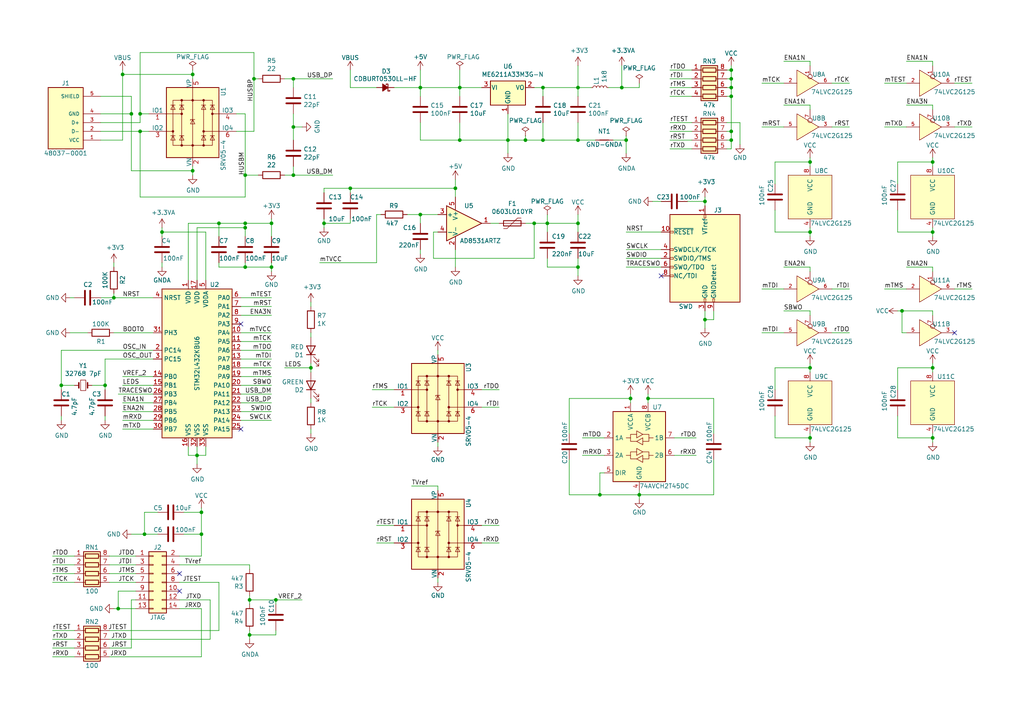
<source format=kicad_sch>
(kicad_sch (version 20211123) (generator eeschema)
  (paper "A4")
  (title_block (title "Glossy MSP430 Stick Version") (date "2022-12-08") (rev "1") (company "Mathias Gruber") (comment 1 "Fits into the \"Baite\" plastic case"))
  (junction (at 181.61 40.64))
  (junction (at 204.47 92.71))
  (junction (at 30.48 111.76))
  (junction (at 261.62 90.17))
  (junction (at 72.39 173.99))
  (junction (at 270.51 127))
  (junction (at 17.78 111.76))
  (junction (at 58.42 154.94))
  (junction (at 234.95 67.31))
  (junction (at 78.74 77.47))
  (junction (at 58.42 148.59))
  (junction (at 167.64 40.64))
  (junction (at 71.12 66.04))
  (junction (at 55.88 49.53))
  (junction (at 93.98 64.77))
  (junction (at 234.95 127))
  (junction (at 55.88 21.59))
  (junction (at 212.09 27.94))
  (junction (at 101.6 54.61))
  (junction (at 212.09 40.64))
  (junction (at 78.74 64.77))
  (junction (at 40.64 38.1))
  (junction (at 133.35 40.64))
  (junction (at 270.51 46.99))
  (junction (at 152.4 40.64))
  (junction (at 85.09 36.83))
  (junction (at 212.09 20.32))
  (junction (at 90.17 106.68))
  (junction (at 71.12 64.77))
  (junction (at 167.64 77.47))
  (junction (at 154.94 64.77))
  (junction (at 38.1 33.02))
  (junction (at 270.51 67.31))
  (junction (at 72.39 184.15))
  (junction (at 158.75 64.77))
  (junction (at 270.51 106.68))
  (junction (at 121.92 62.23))
  (junction (at 34.29 176.53))
  (junction (at 187.96 115.57))
  (junction (at 167.64 64.77))
  (junction (at 73.66 22.86))
  (junction (at 185.42 143.51))
  (junction (at 204.47 58.42))
  (junction (at 41.91 154.94))
  (junction (at 180.34 25.4))
  (junction (at 212.09 22.86))
  (junction (at 234.95 46.99))
  (junction (at 85.09 50.8))
  (junction (at 71.12 50.8))
  (junction (at 80.01 173.99))
  (junction (at 212.09 25.4))
  (junction (at 40.64 33.02))
  (junction (at 132.08 54.61))
  (junction (at 85.09 22.86))
  (junction (at 57.15 132.08))
  (junction (at 35.56 21.59))
  (junction (at 173.99 143.51))
  (junction (at 71.12 77.47))
  (junction (at 121.92 25.4))
  (junction (at 147.32 40.64))
  (junction (at 133.35 25.4))
  (junction (at 157.48 25.4))
  (junction (at 234.95 106.68))
  (junction (at 46.99 67.31))
  (junction (at 157.48 40.64))
  (junction (at 167.64 25.4))
  (junction (at 182.88 115.57))
  (junction (at 33.02 86.36))
  (junction (at 63.5 64.77))
  (junction (at 212.09 38.1))
  (no_connect (at 52.07 171.45))
  (no_connect (at 69.85 124.46))
  (no_connect (at 191.77 80.01))
  (no_connect (at 69.85 93.98))
  (no_connect (at 276.86 96.52))
  (no_connect (at 52.07 166.37))
  (wire (pts (xy 38.1 154.94) (xy 41.91 154.94)))
  (wire (pts (xy 69.85 101.6) (xy 78.74 101.6)))
  (wire (pts (xy 224.79 106.68) (xy 224.79 113.03)))
  (wire (pts (xy 73.66 15.24) (xy 73.66 22.86)))
  (wire (pts (xy 78.74 64.77) (xy 78.74 63.5)))
  (wire (pts (xy 276.86 83.82) (xy 281.94 83.82)))
  (wire (pts (xy 20.32 86.36) (xy 21.59 86.36)))
  (wire (pts (xy 46.99 67.31) (xy 46.99 68.58)))
  (wire (pts (xy 35.56 109.22) (xy 44.45 109.22)))
  (wire (pts (xy 132.08 54.61) (xy 132.08 52.07)))
  (wire (pts (xy 69.85 116.84) (xy 78.74 116.84)))
  (wire (pts (xy 93.98 54.61) (xy 101.6 54.61)))
  (wire (pts (xy 234.95 67.31) (xy 234.95 68.58)))
  (wire (pts (xy 227.33 77.47) (xy 234.95 77.47)))
  (wire (pts (xy 256.54 24.13) (xy 262.89 24.13)))
  (wire (pts (xy 55.88 21.59) (xy 35.56 21.59)))
  (wire (pts (xy 53.34 148.59) (xy 58.42 148.59)))
  (wire (pts (xy 234.95 105.41) (xy 234.95 106.68)))
  (wire (pts (xy 85.09 25.4) (xy 85.09 22.86)))
  (wire (pts (xy 270.51 127) (xy 260.35 127)))
  (wire (pts (xy 256.54 36.83) (xy 262.89 36.83)))
  (wire (pts (xy 101.6 64.77) (xy 93.98 64.77)))
  (wire (pts (xy 270.51 106.68) (xy 260.35 106.68)))
  (wire (pts (xy 40.64 35.56) (xy 40.64 33.02)))
  (wire (pts (xy 194.31 25.4) (xy 200.66 25.4)))
  (wire (pts (xy 71.12 77.47) (xy 63.5 77.47)))
  (wire (pts (xy 260.35 106.68) (xy 260.35 113.03)))
  (wire (pts (xy 157.48 27.94) (xy 157.48 25.4)))
  (wire (pts (xy 210.82 27.94) (xy 212.09 27.94)))
  (wire (pts (xy 234.95 66.04) (xy 234.95 67.31)))
  (wire (pts (xy 17.78 120.65) (xy 17.78 121.92)))
  (wire (pts (xy 220.98 24.13) (xy 227.33 24.13)))
  (wire (pts (xy 69.85 121.92) (xy 78.74 121.92)))
  (wire (pts (xy 30.48 120.65) (xy 30.48 121.92)))
  (wire (pts (xy 71.12 33.02) (xy 68.58 33.02)))
  (wire (pts (xy 152.4 39.37) (xy 152.4 40.64)))
  (wire (pts (xy 40.64 57.15) (xy 71.12 57.15)))
  (wire (pts (xy 191.77 77.47) (xy 181.61 77.47)))
  (wire (pts (xy 185.42 142.24) (xy 185.42 143.51)))
  (wire (pts (xy 63.5 76.2) (xy 63.5 77.47)))
  (wire (pts (xy 109.22 157.48) (xy 114.3 157.48)))
  (wire (pts (xy 29.21 35.56) (xy 40.64 35.56)))
  (wire (pts (xy 58.42 176.53) (xy 58.42 190.5)))
  (wire (pts (xy 29.21 33.02) (xy 38.1 33.02)))
  (wire (pts (xy 35.56 20.32) (xy 35.56 21.59)))
  (wire (pts (xy 270.51 66.04) (xy 270.51 67.31)))
  (wire (pts (xy 270.51 91.44) (xy 270.51 90.17)))
  (wire (pts (xy 210.82 20.32) (xy 212.09 20.32)))
  (wire (pts (xy 54.61 64.77) (xy 63.5 64.77)))
  (wire (pts (xy 33.02 176.53) (xy 34.29 176.53)))
  (wire (pts (xy 212.09 25.4) (xy 212.09 27.94)))
  (wire (pts (xy 234.95 19.05) (xy 234.95 17.78)))
  (wire (pts (xy 31.75 185.42) (xy 60.96 185.42)))
  (wire (pts (xy 44.45 114.3) (xy 34.29 114.3)))
  (wire (pts (xy 90.17 97.79) (xy 90.17 96.52)))
  (wire (pts (xy 167.64 19.05) (xy 167.64 25.4)))
  (wire (pts (xy 270.51 106.68) (xy 270.51 107.95)))
  (wire (pts (xy 35.56 119.38) (xy 44.45 119.38)))
  (wire (pts (xy 168.91 132.08) (xy 175.26 132.08)))
  (wire (pts (xy 212.09 38.1) (xy 212.09 40.64)))
  (wire (pts (xy 33.02 76.2) (xy 33.02 77.47)))
  (wire (pts (xy 26.67 111.76) (xy 30.48 111.76)))
  (wire (pts (xy 107.95 118.11) (xy 114.3 118.11)))
  (wire (pts (xy 158.75 74.93) (xy 158.75 77.47)))
  (wire (pts (xy 35.56 21.59) (xy 35.56 40.64)))
  (wire (pts (xy 69.85 86.36) (xy 78.74 86.36)))
  (wire (pts (xy 168.91 127) (xy 175.26 127)))
  (wire (pts (xy 234.95 45.72) (xy 234.95 46.99)))
  (wire (pts (xy 15.24 187.96) (xy 21.59 187.96)))
  (wire (pts (xy 78.74 68.58) (xy 78.74 64.77)))
  (wire (pts (xy 34.29 171.45) (xy 39.37 171.45)))
  (wire (pts (xy 204.47 59.69) (xy 204.47 58.42)))
  (wire (pts (xy 17.78 113.03) (xy 17.78 111.76)))
  (wire (pts (xy 78.74 76.2) (xy 78.74 77.47)))
  (wire (pts (xy 167.64 80.01) (xy 167.64 77.47)))
  (wire (pts (xy 204.47 92.71) (xy 204.47 95.25)))
  (wire (pts (xy 52.07 173.99) (xy 60.96 173.99)))
  (wire (pts (xy 185.42 24.13) (xy 185.42 25.4)))
  (wire (pts (xy 54.61 132.08) (xy 57.15 132.08)))
  (wire (pts (xy 55.88 48.26) (xy 55.88 49.53)))
  (wire (pts (xy 90.17 115.57) (xy 90.17 116.84)))
  (wire (pts (xy 63.5 64.77) (xy 63.5 68.58)))
  (wire (pts (xy 15.24 161.29) (xy 21.59 161.29)))
  (wire (pts (xy 71.12 64.77) (xy 71.12 66.04)))
  (wire (pts (xy 80.01 182.88) (xy 80.01 184.15)))
  (wire (pts (xy 212.09 22.86) (xy 212.09 25.4)))
  (wire (pts (xy 234.95 127) (xy 224.79 127)))
  (wire (pts (xy 45.72 154.94) (xy 41.91 154.94)))
  (wire (pts (xy 109.22 62.23) (xy 109.22 76.2)))
  (wire (pts (xy 29.21 27.94) (xy 38.1 27.94)))
  (wire (pts (xy 133.35 25.4) (xy 121.92 25.4)))
  (wire (pts (xy 45.72 148.59) (xy 41.91 148.59)))
  (wire (pts (xy 31.75 187.96) (xy 38.1 187.96)))
  (wire (pts (xy 175.26 137.16) (xy 173.99 137.16)))
  (wire (pts (xy 58.42 161.29) (xy 58.42 154.94)))
  (wire (pts (xy 71.12 66.04) (xy 71.12 68.58)))
  (wire (pts (xy 58.42 190.5) (xy 31.75 190.5)))
  (wire (pts (xy 194.31 35.56) (xy 200.66 35.56)))
  (wire (pts (xy 182.88 114.3) (xy 182.88 115.57)))
  (wire (pts (xy 30.48 104.14) (xy 44.45 104.14)))
  (wire (pts (xy 72.39 163.83) (xy 72.39 165.1)))
  (wire (pts (xy 71.12 76.2) (xy 71.12 77.47)))
  (wire (pts (xy 72.39 175.26) (xy 72.39 173.99)))
  (wire (pts (xy 35.56 116.84) (xy 44.45 116.84)))
  (wire (pts (xy 234.95 127) (xy 234.95 128.27)))
  (wire (pts (xy 234.95 125.73) (xy 234.95 127)))
  (wire (pts (xy 55.88 49.53) (xy 38.1 49.53)))
  (wire (pts (xy 234.95 31.75) (xy 234.95 30.48)))
  (wire (pts (xy 187.96 114.3) (xy 187.96 115.57)))
  (wire (pts (xy 40.64 38.1) (xy 40.64 57.15)))
  (wire (pts (xy 172.72 40.64) (xy 167.64 40.64)))
  (wire (pts (xy 204.47 58.42) (xy 199.39 58.42)))
  (wire (pts (xy 90.17 106.68) (xy 90.17 107.95)))
  (wire (pts (xy 15.24 190.5) (xy 21.59 190.5)))
  (wire (pts (xy 127 167.64) (xy 127 168.91)))
  (wire (pts (xy 121.92 73.66) (xy 121.92 72.39)))
  (wire (pts (xy 158.75 77.47) (xy 167.64 77.47)))
  (wire (pts (xy 234.95 78.74) (xy 234.95 77.47)))
  (wire (pts (xy 270.51 127) (xy 270.51 128.27)))
  (wire (pts (xy 20.32 96.52) (xy 25.4 96.52)))
  (wire (pts (xy 109.22 25.4) (xy 101.6 25.4)))
  (wire (pts (xy 57.15 134.62) (xy 57.15 132.08)))
  (wire (pts (xy 71.12 57.15) (xy 71.12 50.8)))
  (wire (pts (xy 154.94 25.4) (xy 157.48 25.4)))
  (wire (pts (xy 270.51 46.99) (xy 260.35 46.99)))
  (wire (pts (xy 132.08 54.61) (xy 132.08 57.15)))
  (wire (pts (xy 256.54 83.82) (xy 262.89 83.82)))
  (wire (pts (xy 101.6 25.4) (xy 101.6 20.32)))
  (wire (pts (xy 121.92 62.23) (xy 127 62.23)))
  (wire (pts (xy 109.22 152.4) (xy 114.3 152.4)))
  (wire (pts (xy 210.82 25.4) (xy 212.09 25.4)))
  (wire (pts (xy 69.85 109.22) (xy 78.74 109.22)))
  (wire (pts (xy 270.51 19.05) (xy 270.51 17.78)))
  (wire (pts (xy 31.75 168.91) (xy 39.37 168.91)))
  (wire (pts (xy 58.42 154.94) (xy 58.42 148.59)))
  (wire (pts (xy 80.01 173.99) (xy 80.01 175.26)))
  (wire (pts (xy 33.02 86.36) (xy 44.45 86.36)))
  (wire (pts (xy 78.74 78.74) (xy 78.74 77.47)))
  (wire (pts (xy 125.73 67.31) (xy 127 67.31)))
  (wire (pts (xy 234.95 91.44) (xy 234.95 90.17)))
  (wire (pts (xy 35.56 111.76) (xy 44.45 111.76)))
  (wire (pts (xy 55.88 20.32) (xy 55.88 21.59)))
  (wire (pts (xy 185.42 25.4) (xy 180.34 25.4)))
  (wire (pts (xy 73.66 22.86) (xy 74.93 22.86)))
  (wire (pts (xy 194.31 27.94) (xy 200.66 27.94)))
  (wire (pts (xy 207.01 92.71) (xy 204.47 92.71)))
  (wire (pts (xy 57.15 132.08) (xy 57.15 129.54)))
  (wire (pts (xy 30.48 104.14) (xy 30.48 111.76)))
  (wire (pts (xy 158.75 62.23) (xy 158.75 64.77)))
  (wire (pts (xy 73.66 22.86) (xy 73.66 38.1)))
  (wire (pts (xy 154.94 64.77) (xy 154.94 74.93)))
  (wire (pts (xy 133.35 40.64) (xy 147.32 40.64)))
  (wire (pts (xy 270.51 78.74) (xy 270.51 77.47)))
  (wire (pts (xy 214.63 35.56) (xy 214.63 41.91)))
  (wire (pts (xy 82.55 22.86) (xy 85.09 22.86)))
  (wire (pts (xy 55.88 22.86) (xy 55.88 21.59)))
  (wire (pts (xy 121.92 40.64) (xy 133.35 40.64)))
  (wire (pts (xy 114.3 25.4) (xy 121.92 25.4)))
  (wire (pts (xy 270.51 46.99) (xy 270.51 48.26)))
  (wire (pts (xy 127 128.27) (xy 127 129.54)))
  (wire (pts (xy 59.69 132.08) (xy 57.15 132.08)))
  (wire (pts (xy 107.95 113.03) (xy 114.3 113.03)))
  (wire (pts (xy 44.45 121.92) (xy 35.56 121.92)))
  (wire (pts (xy 33.02 96.52) (xy 44.45 96.52)))
  (wire (pts (xy 52.07 163.83) (xy 72.39 163.83)))
  (wire (pts (xy 55.88 49.53) (xy 55.88 50.8)))
  (wire (pts (xy 207.01 90.17) (xy 207.01 92.71)))
  (wire (pts (xy 210.82 22.86) (xy 212.09 22.86)))
  (wire (pts (xy 54.61 129.54) (xy 54.61 132.08)))
  (wire (pts (xy 241.3 24.13) (xy 246.38 24.13)))
  (wire (pts (xy 167.64 25.4) (xy 167.64 27.94)))
  (wire (pts (xy 44.45 124.46) (xy 35.56 124.46)))
  (wire (pts (xy 167.64 64.77) (xy 167.64 62.23)))
  (wire (pts (xy 234.95 46.99) (xy 234.95 48.26)))
  (wire (pts (xy 30.48 113.03) (xy 30.48 111.76)))
  (wire (pts (xy 260.35 127) (xy 260.35 120.65)))
  (wire (pts (xy 194.31 43.18) (xy 200.66 43.18)))
  (wire (pts (xy 207.01 133.35) (xy 207.01 143.51)))
  (wire (pts (xy 139.7 25.4) (xy 133.35 25.4)))
  (wire (pts (xy 152.4 40.64) (xy 147.32 40.64)))
  (wire (pts (xy 270.51 30.48) (xy 262.89 30.48)))
  (wire (pts (xy 38.1 27.94) (xy 38.1 33.02)))
  (wire (pts (xy 220.98 96.52) (xy 227.33 96.52)))
  (wire (pts (xy 187.96 115.57) (xy 207.01 115.57)))
  (wire (pts (xy 127 140.97) (xy 127 142.24)))
  (wire (pts (xy 152.4 64.77) (xy 154.94 64.77)))
  (wire (pts (xy 63.5 182.88) (xy 63.5 168.91)))
  (wire (pts (xy 139.7 157.48) (xy 144.78 157.48)))
  (wire (pts (xy 46.99 67.31) (xy 46.99 66.04)))
  (wire (pts (xy 85.09 36.83) (xy 87.63 36.83)))
  (wire (pts (xy 85.09 48.26) (xy 85.09 50.8)))
  (wire (pts (xy 39.37 176.53) (xy 34.29 176.53)))
  (wire (pts (xy 173.99 137.16) (xy 173.99 143.51)))
  (wire (pts (xy 72.39 185.42) (xy 72.39 184.15)))
  (wire (pts (xy 40.64 33.02) (xy 40.64 15.24)))
  (wire (pts (xy 101.6 54.61) (xy 132.08 54.61)))
  (wire (pts (xy 173.99 143.51) (xy 185.42 143.51)))
  (wire (pts (xy 165.1 115.57) (xy 165.1 125.73)))
  (wire (pts (xy 73.66 38.1) (xy 68.58 38.1)))
  (wire (pts (xy 72.39 173.99) (xy 72.39 172.72)))
  (wire (pts (xy 29.21 86.36) (xy 33.02 86.36)))
  (wire (pts (xy 72.39 184.15) (xy 72.39 182.88)))
  (wire (pts (xy 72.39 173.99) (xy 80.01 173.99)))
  (wire (pts (xy 210.82 40.64) (xy 212.09 40.64)))
  (wire (pts (xy 119.38 140.97) (xy 127 140.97)))
  (wire (pts (xy 72.39 184.15) (xy 80.01 184.15)))
  (wire (pts (xy 185.42 143.51) (xy 185.42 144.78)))
  (wire (pts (xy 241.3 96.52) (xy 246.38 96.52)))
  (wire (pts (xy 17.78 101.6) (xy 17.78 111.76)))
  (wire (pts (xy 63.5 64.77) (xy 71.12 64.77)))
  (wire (pts (xy 167.64 40.64) (xy 157.48 40.64)))
  (wire (pts (xy 167.64 67.31) (xy 167.64 64.77)))
  (wire (pts (xy 15.24 182.88) (xy 21.59 182.88)))
  (wire (pts (xy 194.31 20.32) (xy 200.66 20.32)))
  (wire (pts (xy 69.85 99.06) (xy 78.74 99.06)))
  (wire (pts (xy 133.35 20.32) (xy 133.35 25.4)))
  (wire (pts (xy 40.64 33.02) (xy 43.18 33.02)))
  (wire (pts (xy 57.15 81.28) (xy 57.15 66.04)))
  (wire (pts (xy 167.64 35.56) (xy 167.64 40.64)))
  (wire (pts (xy 101.6 63.5) (xy 101.6 64.77)))
  (wire (pts (xy 52.07 176.53) (xy 58.42 176.53)))
  (wire (pts (xy 204.47 90.17) (xy 204.47 92.71)))
  (wire (pts (xy 210.82 43.18) (xy 212.09 43.18)))
  (wire (pts (xy 53.34 154.94) (xy 58.42 154.94)))
  (wire (pts (xy 212.09 40.64) (xy 212.09 43.18)))
  (wire (pts (xy 187.96 115.57) (xy 187.96 116.84)))
  (wire (pts (xy 180.34 19.05) (xy 180.34 25.4)))
  (wire (pts (xy 21.59 111.76) (xy 17.78 111.76)))
  (wire (pts (xy 224.79 67.31) (xy 224.79 60.96)))
  (wire (pts (xy 270.51 31.75) (xy 270.51 30.48)))
  (wire (pts (xy 224.79 127) (xy 224.79 120.65)))
  (wire (pts (xy 270.51 125.73) (xy 270.51 127)))
  (wire (pts (xy 270.51 77.47) (xy 262.89 77.47)))
  (wire (pts (xy 41.91 148.59) (xy 41.91 154.94)))
  (wire (pts (xy 69.85 111.76) (xy 78.74 111.76)))
  (wire (pts (xy 121.92 35.56) (xy 121.92 40.64)))
  (wire (pts (xy 195.58 127) (xy 201.93 127)))
  (wire (pts (xy 182.88 115.57) (xy 182.88 116.84)))
  (wire (pts (xy 276.86 24.13) (xy 281.94 24.13)))
  (wire (pts (xy 90.17 124.46) (xy 90.17 125.73)))
  (wire (pts (xy 31.75 182.88) (xy 63.5 182.88)))
  (wire (pts (xy 181.61 39.37) (xy 181.61 40.64)))
  (wire (pts (xy 158.75 67.31) (xy 158.75 64.77)))
  (wire (pts (xy 154.94 64.77) (xy 158.75 64.77)))
  (wire (pts (xy 69.85 106.68) (xy 78.74 106.68)))
  (wire (pts (xy 234.95 30.48) (xy 227.33 30.48)))
  (wire (pts (xy 182.88 115.57) (xy 165.1 115.57)))
  (wire (pts (xy 210.82 38.1) (xy 212.09 38.1)))
  (wire (pts (xy 121.92 20.32) (xy 121.92 25.4)))
  (wire (pts (xy 58.42 147.32) (xy 58.42 148.59)))
  (wire (pts (xy 227.33 17.78) (xy 234.95 17.78)))
  (wire (pts (xy 90.17 105.41) (xy 90.17 106.68)))
  (wire (pts (xy 171.45 25.4) (xy 167.64 25.4)))
  (wire (pts (xy 46.99 77.47) (xy 46.99 76.2)))
  (wire (pts (xy 142.24 64.77) (xy 144.78 64.77)))
  (wire (pts (xy 34.29 176.53) (xy 34.29 171.45)))
  (wire (pts (xy 101.6 55.88) (xy 101.6 54.61)))
  (wire (pts (xy 210.82 35.56) (xy 214.63 35.56)))
  (wire (pts (xy 60.96 173.99) (xy 60.96 185.42)))
  (wire (pts (xy 17.78 101.6) (xy 44.45 101.6)))
  (wire (pts (xy 234.95 106.68) (xy 234.95 107.95)))
  (wire (pts (xy 204.47 58.42) (xy 204.47 57.15)))
  (wire (pts (xy 15.24 168.91) (xy 21.59 168.91)))
  (wire (pts (xy 191.77 74.93) (xy 181.61 74.93)))
  (wire (pts (xy 147.32 33.02) (xy 147.32 40.64)))
  (wire (pts (xy 212.09 19.05) (xy 212.09 20.32)))
  (wire (pts (xy 212.09 27.94) (xy 212.09 38.1)))
  (wire (pts (xy 121.92 62.23) (xy 121.92 64.77)))
  (wire (pts (xy 38.1 173.99) (xy 39.37 173.99)))
  (wire (pts (xy 176.53 25.4) (xy 180.34 25.4)))
  (wire (pts (xy 270.51 90.17) (xy 261.62 90.17)))
  (wire (pts (xy 132.08 72.39) (xy 132.08 77.47)))
  (wire (pts (xy 234.95 90.17) (xy 227.33 90.17)))
  (wire (pts (xy 234.95 46.99) (xy 224.79 46.99)))
  (wire (pts (xy 147.32 40.64) (xy 147.32 44.45)))
  (wire (pts (xy 82.55 106.68) (xy 90.17 106.68)))
  (wire (pts (xy 139.7 152.4) (xy 144.78 152.4)))
  (wire (pts (xy 15.24 163.83) (xy 21.59 163.83)))
  (wire (pts (xy 157.48 35.56) (xy 157.48 40.64)))
  (wire (pts (xy 46.99 67.31) (xy 59.69 67.31)))
  (wire (pts (xy 69.85 114.3) (xy 78.74 114.3)))
  (wire (pts (xy 71.12 50.8) (xy 74.93 50.8)))
  (wire (pts (xy 270.51 17.78) (xy 262.89 17.78)))
  (wire (pts (xy 85.09 33.02) (xy 85.09 36.83)))
  (wire (pts (xy 276.86 36.83) (xy 281.94 36.83)))
  (wire (pts (xy 31.75 163.83) (xy 39.37 163.83)))
  (wire (pts (xy 59.69 129.54) (xy 59.69 132.08)))
  (wire (pts (xy 93.98 55.88) (xy 93.98 54.61)))
  (wire (pts (xy 71.12 50.8) (xy 71.12 33.02)))
  (wire (pts (xy 31.75 161.29) (xy 39.37 161.29)))
  (wire (pts (xy 82.55 50.8) (xy 85.09 50.8)))
  (wire (pts (xy 224.79 46.99) (xy 224.79 53.34)))
  (wire (pts (xy 69.85 91.44) (xy 78.74 91.44)))
  (wire (pts (xy 93.98 64.77) (xy 93.98 66.04)))
  (wire (pts (xy 212.09 20.32) (xy 212.09 22.86)))
  (wire (pts (xy 69.85 96.52) (xy 78.74 96.52)))
  (wire (pts (xy 220.98 36.83) (xy 227.33 36.83)))
  (wire (pts (xy 121.92 25.4) (xy 121.92 27.94)))
  (wire (pts (xy 270.51 67.31) (xy 260.35 67.31)))
  (wire (pts (xy 157.48 25.4) (xy 167.64 25.4)))
  (wire (pts (xy 234.95 67.31) (xy 224.79 67.31)))
  (wire (pts (xy 69.85 104.14) (xy 78.74 104.14)))
  (wire (pts (xy 260.35 67.31) (xy 260.35 60.96)))
  (wire (pts (xy 69.85 119.38) (xy 78.74 119.38)))
  (wire (pts (xy 181.61 40.64) (xy 181.61 44.45)))
  (wire (pts (xy 125.73 74.93) (xy 154.94 74.93)))
  (wire (pts (xy 35.56 40.64) (xy 29.21 40.64)))
  (wire (pts (xy 165.1 143.51) (xy 173.99 143.51)))
  (wire (pts (xy 261.62 90.17) (xy 260.35 90.17)))
  (wire (pts (xy 118.11 62.23) (xy 121.92 62.23)))
  (wire (pts (xy 194.31 40.64) (xy 200.66 40.64)))
  (wire (pts (xy 241.3 36.83) (xy 246.38 36.83)))
  (wire (pts (xy 78.74 77.47) (xy 71.12 77.47)))
  (wire (pts (xy 157.48 40.64) (xy 152.4 40.64)))
  (wire (pts (xy 85.09 36.83) (xy 85.09 40.64)))
  (wire (pts (xy 194.31 22.86) (xy 200.66 22.86)))
  (wire (pts (xy 127 101.6) (xy 127 102.87)))
  (wire (pts (xy 80.01 173.99) (xy 87.63 173.99)))
  (wire (pts (xy 234.95 106.68) (xy 224.79 106.68)))
  (wire (pts (xy 93.98 63.5) (xy 93.98 64.77)))
  (wire (pts (xy 52.07 161.29) (xy 58.42 161.29)))
  (wire (pts (xy 167.64 74.93) (xy 167.64 77.47)))
  (wire (pts (xy 33.02 85.09) (xy 33.02 86.36)))
  (wire (pts (xy 167.64 64.77) (xy 158.75 64.77)))
  (wire (pts (xy 220.98 83.82) (xy 227.33 83.82)))
  (wire (pts (xy 90.17 87.63) (xy 90.17 88.9)))
  (wire (pts (xy 29.21 38.1) (xy 40.64 38.1)))
  (wire (pts (xy 85.09 50.8) (xy 96.52 50.8)))
  (wire (pts (xy 69.85 88.9) (xy 78.74 88.9)))
  (wire (pts (xy 110.49 62.23) (xy 109.22 62.23)))
  (wire (pts (xy 207.01 115.57) (xy 207.01 125.73)))
  (wire (pts (xy 133.35 35.56) (xy 133.35 40.64)))
  (wire (pts (xy 15.24 166.37) (xy 21.59 166.37)))
  (wire (pts (xy 270.51 45.72) (xy 270.51 46.99)))
  (wire (pts (xy 165.1 133.35) (xy 165.1 143.51)))
  (wire (pts (xy 195.58 132.08) (xy 201.93 132.08)))
  (wire (pts (xy 31.75 166.37) (xy 39.37 166.37)))
  (wire (pts (xy 261.62 90.17) (xy 261.62 96.52)))
  (wire (pts (xy 139.7 118.11) (xy 144.78 118.11)))
  (wire (pts (xy 270.51 67.31) (xy 270.51 68.58)))
  (wire (pts (xy 40.64 38.1) (xy 43.18 38.1)))
  (wire (pts (xy 241.3 83.82) (xy 246.38 83.82)))
  (wire (pts (xy 92.71 76.2) (xy 109.22 76.2)))
  (wire (pts (xy 38.1 33.02) (xy 38.1 49.53)))
  (wire (pts (xy 54.61 64.77) (xy 54.61 81.28)))
  (wire (pts (xy 15.24 185.42) (xy 21.59 185.42)))
  (wire (pts (xy 133.35 27.94) (xy 133.35 25.4)))
  (wire (pts (xy 85.09 22.86) (xy 96.52 22.86)))
  (wire (pts (xy 191.77 67.31) (xy 181.61 67.31)))
  (wire (pts (xy 191.77 72.39) (xy 181.61 72.39)))
  (wire (pts (xy 78.74 64.77) (xy 71.12 64.77)))
  (wire (pts (xy 191.77 58.42) (xy 189.23 58.42)))
  (wire (pts (xy 177.8 40.64) (xy 181.61 40.64)))
  (wire (pts (xy 52.07 168.91) (xy 63.5 168.91)))
  (wire (pts (xy 40.64 15.24) (xy 73.66 15.24)))
  (wire (pts (xy 57.15 66.04) (xy 71.12 66.04)))
  (wire (pts (xy 194.31 38.1) (xy 200.66 38.1)))
  (wire (pts (xy 59.69 67.31) (xy 59.69 81.28)))
  (wire (pts (xy 262.89 96.52) (xy 261.62 96.52)))
  (wire (pts (xy 270.51 105.41) (xy 270.51 106.68)))
  (wire (pts (xy 139.7 113.03) (xy 144.78 113.03)))
  (wire (pts (xy 207.01 143.51) (xy 185.42 143.51)))
  (wire (pts (xy 38.1 173.99) (xy 38.1 187.96)))
  (wire (pts (xy 260.35 46.99) (xy 260.35 53.34)))
  (wire (pts (xy 125.73 67.31) (xy 125.73 74.93)))
  (label "NRST" (at 35.56 86.36 0))
  (label "rTMS" (at 15.24 166.37 0))
  (label "LEDS" (at 35.56 111.76 0))
  (label "mTVCC" (at 92.71 76.2 0))
  (label "ENA1N" (at 35.56 116.84 0))
  (label "USB_DM" (at 78.74 114.3 180))
  (label "rTCK" (at 194.31 27.94 0))
  (label "mRXD" (at 35.56 121.92 0))
  (label "USB_DP" (at 96.52 22.86 180))
  (label "mTXD" (at 256.54 36.83 0))
  (label "ENA2N" (at 35.56 119.38 0))
  (label "mTVCC" (at 78.74 96.52 180))
  (label "rTEST" (at 281.94 24.13 180))
  (label "rTEST" (at 194.31 35.56 0))
  (label "SBWO" (at 227.33 90.17 0))
  (label "TVref" (at 58.42 163.83 180))
  (label "JRXD" (at 58.42 176.53 180))
  (label "ENA2N" (at 227.33 77.47 0))
  (label "ENA2N" (at 262.89 77.47 0))
  (label "JTDO" (at 34.29 161.29 0))
  (label "TVref" (at 119.38 140.97 0))
  (label "rTEST" (at 109.22 152.4 0))
  (label "rTEST" (at 15.24 182.88 0))
  (label "ENA3N" (at 262.89 30.48 0))
  (label "rTXD" (at 194.31 43.18 0))
  (label "rTDI" (at 194.31 22.86 0))
  (label "SWCLK" (at 78.74 121.92 180))
  (label "USB_DP" (at 78.74 116.84 180))
  (label "rTMS" (at 194.31 25.4 0))
  (label "JTEST" (at 58.42 168.91 180))
  (label "mTCK" (at 220.98 24.13 0))
  (label "mTMS" (at 78.74 109.22 180))
  (label "JRXD" (at 36.83 190.5 180))
  (label "BOOT0" (at 35.56 96.52 0))
  (label "SBWO" (at 78.74 111.76 180))
  (label "VREF_2" (at 35.56 109.22 0))
  (label "VREF_2" (at 87.63 173.99 180))
  (label "JTEST" (at 36.83 182.88 180))
  (label "mTXD" (at 35.56 124.46 0))
  (label "OSC_OUT" (at 35.56 104.14 0))
  (label "SWDIO" (at 78.74 119.38 180))
  (label "rRXD" (at 144.78 157.48 180))
  (label "USB_DM" (at 96.52 50.8 180))
  (label "mTEST" (at 78.74 86.36 180))
  (label "JTDI" (at 34.29 163.83 0))
  (label "mTDI" (at 220.98 96.52 0))
  (label "rRXD" (at 15.24 190.5 0))
  (label "rTXD" (at 15.24 185.42 0))
  (label "rTCK" (at 15.24 168.91 0))
  (label "JRST" (at 36.83 187.96 180))
  (label "rTDI" (at 246.38 83.82 180))
  (label "rTXD" (at 281.94 36.83 180))
  (label "HUSBP" (at 73.66 22.86 270))
  (label "JTMS" (at 34.29 166.37 0))
  (label "rTDO" (at 194.31 20.32 0))
  (label "mTCK" (at 78.74 99.06 180))
  (label "ENA1N" (at 227.33 30.48 0))
  (label "LEDS" (at 82.55 106.68 0))
  (label "mTDI" (at 78.74 104.14 180))
  (label "JTXD" (at 58.42 173.99 180))
  (label "rRST" (at 15.24 187.96 0))
  (label "rTDO" (at 201.93 127 180))
  (label "rRST" (at 246.38 36.83 180))
  (label "mTDO" (at 78.74 101.6 180))
  (label "mRXD" (at 168.91 132.08 0))
  (label "JTXD" (at 36.83 185.42 180))
  (label "HUSBM" (at 71.12 50.8 90))
  (label "JTCK" (at 34.29 168.91 0))
  (label "rTCK" (at 107.95 118.11 0))
  (label "rTDI" (at 15.24 163.83 0))
  (label "rTCK" (at 246.38 24.13 180))
  (label "rTMS" (at 107.95 113.03 0))
  (label "rRST" (at 109.22 157.48 0))
  (label "mRST" (at 220.98 36.83 0))
  (label "mTDI" (at 220.98 83.82 0))
  (label "ENA3N" (at 78.74 91.44 180))
  (label "rTDI" (at 144.78 118.11 180))
  (label "TRACESWO" (at 34.29 114.3 0))
  (label "rTMS" (at 281.94 83.82 180))
  (label "rRXD" (at 201.93 132.08 180))
  (label "rTDO" (at 246.38 96.52 180))
  (label "mTDO" (at 168.91 127 0))
  (label "SWCLK" (at 181.61 72.39 0))
  (label "OSC_IN" (at 35.56 101.6 0))
  (label "rTDO" (at 144.78 113.03 180))
  (label "mTCK" (at 78.74 106.68 180))
  (label "NRST" (at 181.61 67.31 0))
  (label "ENA1N" (at 262.89 17.78 0))
  (label "mTMS" (at 256.54 83.82 0))
  (label "rTXD" (at 144.78 152.4 180))
  (label "ENA1N" (at 227.33 17.78 0))
  (label "mTEST" (at 256.54 24.13 0))
  (label "SWDIO" (at 181.61 74.93 0))
  (label "rRXD" (at 194.31 38.1 0))
  (label "rRST" (at 194.31 40.64 0))
  (label "mRST" (at 78.74 88.9 180))
  (label "TRACESWO" (at 181.61 77.47 0))
  (label "rTDO" (at 15.24 161.29 0))
  (symbol (lib_id "power:GND") (at 33.02 176.53 270) (unit 1)
    (property "Reference" "#PWR06" (effects hide))
    (property "Value" "GND" (at 27.94 176.53 90))
  )
  (symbol (lib_id "power:GND") (at 132.08 77.47 0) (unit 1)
    (property "Reference" "#PWR028" (effects hide))
    (property "Value" "GND" (at 132.207 81.8642 0))
  )
  (symbol (lib_id "power:GND") (at 55.88 50.8 0) (unit 1)
    (property "Reference" "#PWR011" (effects hide))
    (property "Value" "GND" (at 56.007 55.1942 0))
  )
  (symbol (lib_id "Device:R") (at 78.74 22.86 270) (unit 1)
    (property "Reference" "R5" (at 78.74 17.6022 90))
    (property "Value" "22" (at 78.74 19.9136 90))
    (property "Footprint" "Resistor_SMD:R_0402_1005Metric_Pad0.72x0.64mm_HandSolder" (effects hide))
    (property "LCSC" "C25092" (effects hide))
    (property "Descr" "22Ω ±1% 1/16W ±200ppm/℃ 0402 Chip Resistor - Surface Mount RoHS" (effects hide))
  )
  (symbol (lib_id "Regulator_Linear:AP2127N-3.3") (at 147.32 25.4 0) (unit 1)
    (property "Reference" "U6" (at 147.32 19.2532 0))
    (property "Value" "ME6211A33M3G-N" (at 139.7 21.59 0) (effects (justify left)))
    (property "Footprint" "Package_TO_SOT_SMD:SOT-23" (effects hide))
    (property "Datasheet" "https://www.diodes.com/assets/Datasheets/AP2127.pdf" (effects hide))
    (property "LCSC" "C347256" (effects hide))
    (property "Descr" "Fixed 10V 3.3V 1.3V @ 1A SOT-89 Dropout Regulators(LDO) RoHS" (effects hide))
  )
  (symbol (lib_id "Device:C") (at 78.74 72.39 0) (unit 1)
    (property "Reference" "C9" (at 78.74 69.85 0) (effects (justify left)))
    (property "Value" "10uF" (at 78.74 74.93 0) (effects (justify left)))
    (property "Footprint" "Capacitor_SMD:C_0402_1005Metric_Pad0.74x0.62mm_HandSolder" (effects hide))
    (property "LCSC" "C15525" (effects hide))
    (property "Descr" "10uF ±20% 6.3V X5R 0402 Multilayer Ceramic Capacitors MLCC - SMD/SMT RoHS" (effects hide))
  )
  (symbol (lib_id "Device:C") (at 157.48 31.75 0) (unit 1)
    (property "Reference" "C18" (at 160.401 30.5816 0) (effects (justify left)))
    (property "Value" "10uF" (at 160.401 32.893 0) (effects (justify left)))
    (property "Footprint" "Capacitor_SMD:C_0603_1608Metric_Pad1.08x0.95mm_HandSolder" (effects hide))
    (property "LCSC" "C59461" (effects hide))
    (property "Descr" "22uF ±20% 6.3V X5R 0603 Multilayer Ceramic Capacitors MLCC - SMD/SMT RoHS" (effects hide))
  )
  (symbol (lib_id "Device:Crystal_Small") (at 24.13 111.76 0) (unit 1)
    (property "Reference" "Y1" (at 24.13 106.045 0))
    (property "Value" "32768 7pF" (at 24.13 108.3564 0))
    (property "Footprint" "Crystal:Crystal_SMD_2012-2Pin_2.0x1.2mm_HandSoldering" (effects hide))
    (property "LCSC" "C97604" (effects hide))
    (property "Descr" "32.768KHz ±20ppm 7pF 70kΩ SMD-3215_2P SMD Crystal Resonators RoHS" (effects hide))
  )
  (symbol (lib_id "Device:C") (at 17.78 116.84 0) (unit 1)
    (property "Reference" "C1" (at 17.78 114.3 0) (effects (justify left)))
    (property "Value" "4.7pF" (at 21.59 120.65 90) (effects (justify left)))
    (property "Footprint" "Capacitor_SMD:C_0402_1005Metric_Pad0.74x0.62mm_HandSolder" (effects hide))
    (property "LCSC" "C1569" (effects hide))
    (property "Descr" "4.7pF ±0.25pF 50V C0G 0402 Multilayer Ceramic Capacitors MLCC - SMD/SMT RoHS" (effects hide))
  )
  (symbol (lib_id "power:GND") (at 30.48 121.92 0) (unit 1)
    (property "Reference" "#PWR04" (effects hide))
    (property "Value" "GND" (at 30.607 126.3142 0))
  )
  (symbol (lib_id "power:GND") (at 17.78 121.92 0) (unit 1)
    (property "Reference" "#PWR01" (effects hide))
    (property "Value" "GND" (at 17.907 126.3142 0))
  )
  (symbol (lib_id "power:+3V3") (at 78.74 63.5 0) (unit 1)
    (property "Reference" "#PWR015" (effects hide))
    (property "Value" "+3V3" (at 78.74 59.69 0))
  )
  (symbol (lib_id "power:GND") (at 57.15 134.62 0) (unit 1)
    (property "Reference" "#PWR012" (effects hide))
    (property "Value" "GND" (at 57.277 139.0142 0))
  )
  (symbol (lib_id "power:GND") (at 78.74 78.74 0) (unit 1)
    (property "Reference" "#PWR016" (effects hide))
    (property "Value" "GND" (at 78.74 82.55 0))
  )
  (symbol (lib_id "Device:R") (at 29.21 96.52 90) (unit 1)
    (property "Reference" "R1" (at 27.94 99.06 90) (effects (justify right)))
    (property "Value" "100K" (at 26.67 93.98 90) (effects (justify right)))
    (property "Footprint" "Resistor_SMD:R_0402_1005Metric_Pad0.72x0.64mm_HandSolder" (effects hide))
    (property "LCSC" "C25741" (effects hide))
    (property "Descr" "100kΩ ±1% 1/16W ±100ppm/℃ 0402 Chip Resistor - Surface Mount RoHS" (effects hide))
  )
  (symbol (lib_id "Device:C") (at 158.75 71.12 0) (unit 1)
    (property "Reference" "C19" (at 160.02 68.58 0) (effects (justify left)))
    (property "Value" "220nF" (at 160.02 73.66 0) (effects (justify left)))
    (property "Footprint" "Capacitor_SMD:C_0402_1005Metric_Pad0.74x0.62mm_HandSolder" (effects hide))
    (property "LCSC" "C16772" (effects hide))
    (property "Descr" "Multilayer Ceramic Capacitors MLCC - SMD/SMT 220nF 16V 0402 RoHS" (effects hide))
  )
  (symbol (lib_id "Device:C") (at 46.99 72.39 180) (unit 1)
    (property "Reference" "C4" (at 49.53 69.85 0) (effects (justify left)))
    (property "Value" "100nF" (at 53.34 74.93 0) (effects (justify left)))
    (property "Footprint" "Capacitor_SMD:C_0402_1005Metric_Pad0.74x0.62mm_HandSolder" (effects hide))
    (property "LCSC" "C16772" (effects hide))
    (property "Descr" "Multilayer Ceramic Capacitors MLCC - SMD/SMT 220nF 16V 0402 RoHS" (effects hide))
  )
  (symbol (lib_id "Device:C") (at 63.5 72.39 0) (unit 1)
    (property "Reference" "C7" (at 63.5 69.85 0) (effects (justify left)))
    (property "Value" "100nF" (at 63.5 74.93 0) (effects (justify left)))
    (property "Footprint" "Capacitor_SMD:C_0402_1005Metric_Pad0.74x0.62mm_HandSolder" (effects hide))
    (property "LCSC" "C16772" (effects hide))
    (property "Descr" "Multilayer Ceramic Capacitors MLCC - SMD/SMT 220nF 16V 0402 RoHS" (effects hide))
  )
  (symbol (lib_id "Device:C") (at 71.12 72.39 0) (unit 1)
    (property "Reference" "C8" (at 71.12 69.85 0) (effects (justify left)))
    (property "Value" "100nF" (at 71.12 74.93 0) (effects (justify left)))
    (property "Footprint" "Capacitor_SMD:C_0402_1005Metric_Pad0.74x0.62mm_HandSolder" (effects hide))
    (property "LCSC" "C16772" (effects hide))
    (property "Descr" "Multilayer Ceramic Capacitors MLCC - SMD/SMT 220nF 16V 0402 RoHS" (effects hide))
  )
  (symbol (lib_id "Device:L_Small") (at 173.99 25.4 90) (unit 1)
    (property "Reference" "L1" (at 172.974 24.638 0) (effects (justify left)))
    (property "Value" "1k8" (at 175.26 20.32 0) (effects (justify right)))
    (property "Footprint" "Inductor_SMD:L_0603_1608Metric" (effects hide))
    (property "LCSC" "C25076" (effects hide))
    (property "Descr" "100Ω ±1% 1/16W ±200ppm/℃ 0402 Chip Resistor - Surface Mount RoHS" (effects hide))
  )
  (symbol (lib_id "Device:C") (at 101.6 59.69 180) (unit 1)
    (property "Reference" "C14" (at 105.41 57.15 0) (effects (justify left)))
    (property "Value" "100nF" (at 107.95 63.5 0) (effects (justify left)))
    (property "Footprint" "Capacitor_SMD:C_0402_1005Metric_Pad0.74x0.62mm_HandSolder" (effects hide))
    (property "LCSC" "C16772" (effects hide))
    (property "Descr" "Multilayer Ceramic Capacitors MLCC - SMD/SMT 220nF 16V 0402 RoHS" (effects hide))
  )
  (symbol (lib_id "Device:C") (at 133.35 31.75 0) (unit 1)
    (property "Reference" "C17" (at 136.271 30.5816 0) (effects (justify left)))
    (property "Value" "10uF" (at 136.271 32.893 0) (effects (justify left)))
    (property "Footprint" "Capacitor_SMD:C_0603_1608Metric_Pad1.08x0.95mm_HandSolder" (effects hide))
    (property "LCSC" "C19702" (effects hide))
    (property "Descr" "10uF ±10% 10V X5R 0603 Multilayer Ceramic Capacitors MLCC - SMD/SMT RoHS" (effects hide))
  )
  (symbol (lib_id "Device:C") (at 167.64 31.75 0) (unit 1)
    (property "Reference" "C21" (at 170.561 30.5816 0) (effects (justify left)))
    (property "Value" "100nF" (at 170.561 32.893 0) (effects (justify left)))
    (property "Footprint" "Capacitor_SMD:C_0402_1005Metric_Pad0.74x0.62mm_HandSolder" (effects hide))
    (property "LCSC" "C16772" (effects hide))
    (property "Descr" "Multilayer Ceramic Capacitors MLCC - SMD/SMT 220nF 16V 0402 RoHS" (effects hide))
  )
  (symbol (lib_id "Device:C") (at 121.92 31.75 0) (unit 1)
    (property "Reference" "C15" (at 124.841 30.5816 0) (effects (justify left)))
    (property "Value" "100nF" (at 124.841 32.893 0) (effects (justify left)))
    (property "Footprint" "Capacitor_SMD:C_0402_1005Metric_Pad0.74x0.62mm_HandSolder" (effects hide))
    (property "LCSC" "C16772" (effects hide))
    (property "Descr" "Multilayer Ceramic Capacitors MLCC - SMD/SMT 220nF 16V 0402 RoHS" (effects hide))
  )
  (symbol (lib_id "power:GNDA") (at 181.61 44.45 0) (unit 1)
    (property "Reference" "#PWR034" (effects hide))
    (property "Value" "GNDA" (at 181.737 48.8442 0))
  )
  (symbol (lib_id "Device:C") (at 121.92 68.58 0) (unit 1)
    (property "Reference" "C16" (at 116.84 66.04 0) (effects (justify left)))
    (property "Value" "220nF" (at 115.57 71.12 0) (effects (justify left)))
    (property "Footprint" "Capacitor_SMD:C_0402_1005Metric_Pad0.74x0.62mm_HandSolder" (effects hide))
    (property "LCSC" "C16772" (effects hide))
    (property "Descr" "Multilayer Ceramic Capacitors MLCC - SMD/SMT 220nF 16V 0402 RoHS" (effects hide))
  )
  (symbol (lib_id "power:GND") (at 121.92 73.66 0) (unit 1)
    (property "Reference" "#PWR023" (effects hide))
    (property "Value" "GND" (at 122.047 78.0542 0))
  )
  (symbol (lib_id "power:GND") (at 147.32 44.45 0) (unit 1)
    (property "Reference" "#PWR029" (effects hide))
    (property "Value" "GND" (at 147.447 48.8442 0))
  )
  (symbol (lib_id "power:+3V3") (at 167.64 19.05 0) (unit 1)
    (property "Reference" "#PWR030" (effects hide))
    (property "Value" "+3V3" (at 168.021 14.6558 0))
  )
  (symbol (lib_id "power:+5V") (at 121.92 20.32 0) (unit 1)
    (property "Reference" "#PWR022" (effects hide))
    (property "Value" "+5V" (at 121.92 16.51 0))
  )
  (symbol (lib_id "Device:C") (at 167.64 71.12 0) (unit 1)
    (property "Reference" "C22" (at 167.64 68.58 0) (effects (justify left)))
    (property "Value" "10uF" (at 167.64 73.66 0) (effects (justify left)))
    (property "Footprint" "Capacitor_SMD:C_0402_1005Metric_Pad0.74x0.62mm_HandSolder" (effects hide))
    (property "LCSC" "C15525" (effects hide))
    (property "Descr" "10uF ±20% 6.3V X5R 0402 Multilayer Ceramic Capacitors MLCC - SMD/SMT RoHS" (effects hide))
  )
  (symbol (lib_id "Device:C") (at 93.98 59.69 0) (unit 1)
    (property "Reference" "C13" (at 95.25 57.15 0) (effects (justify left)))
    (property "Value" "10uF" (at 95.25 63.5 0) (effects (justify left)))
    (property "Footprint" "Capacitor_SMD:C_0402_1005Metric_Pad0.74x0.62mm_HandSolder" (effects hide))
    (property "LCSC" "C15525" (effects hide))
    (property "Descr" "10uF ±20% 6.3V X5R 0402 Multilayer Ceramic Capacitors MLCC - SMD/SMT RoHS" (effects hide))
  )
  (symbol (lib_id "Device:NetTie_2") (at 175.26 40.64 0) (unit 1)
    (property "Reference" "NT1" (at 175.26 38.1 0))
    (property "Value" "GND-GNDA" (at 175.26 41.91 0))
    (property "Footprint" "NetTie:NetTie-2_SMD_Pad0.5mm" (effects hide))
  )
  (symbol (lib_id "power:PWR_FLAG") (at 152.4 39.37 0) (unit 1)
    (property "Reference" "#FLG03" (effects hide))
    (property "Value" "PWR_FLAG" (at 152.4 34.9758 0))
  )
  (symbol (lib_id "Device:C") (at 49.53 154.94 270) (unit 1)
    (property "Reference" "C6" (at 44.45 153.67 90) (effects (justify left)))
    (property "Value" "100nF" (at 50.8 153.67 90) (effects (justify left)))
    (property "Footprint" "Capacitor_SMD:C_0402_1005Metric_Pad0.74x0.62mm_HandSolder" (effects hide))
    (property "LCSC" "C16772" (effects hide))
    (property "Descr" "Multilayer Ceramic Capacitors MLCC - SMD/SMT 220nF 16V 0402 RoHS" (effects hide))
  )
  (symbol (lib_id "Device:R") (at 72.39 179.07 0) (unit 1)
    (property "Reference" "R4" (at 70.612 180.2384 0) (effects (justify right)))
    (property "Value" "4k7" (at 70.612 177.927 0) (effects (justify right)))
    (property "Footprint" "Resistor_SMD:R_0402_1005Metric_Pad0.72x0.64mm_HandSolder" (effects hide))
    (property "LCSC" "C25900" (effects hide))
    (property "Descr" "Chip Resistor - Surface Mount 4.7KOhms ±1% 1/16W 0402 RoHS" (effects hide))
  )
  (symbol (lib_id "Connector_Generic:Conn_02x07_Odd_Even") (at 44.45 168.91 0) (unit 1)
    (property "Reference" "J2" (at 45.72 158.75 0))
    (property "Value" "JTAG" (at 45.72 179.07 0))
    (property "Footprint" "Connector_PinHeader_2.54mm:PinHeader_2x07_P2.54mm_Horizontal" (effects hide))
    (property "Descr" "Pin Header 14 2 Straight，180degrees 2.54mm Through Hole,P=2.54mm Pin Header & Female Header RoHS" (effects hide))
  )
  (symbol (lib_id "power:PWR_FLAG") (at 133.35 20.32 0) (unit 1)
    (property "Reference" "#FLG02" (effects hide))
    (property "Value" "PWR_FLAG" (at 129.54 16.51 0) (effects (justify left)))
  )
  (symbol (lib_id "power:GNDA") (at 46.99 77.47 0) (unit 1)
    (property "Reference" "#PWR010" (effects hide))
    (property "Value" "GNDA" (at 46.99 81.28 0))
  )
  (symbol (lib_id "Device:R_Pack04") (at 26.67 187.96 270) (unit 1)
    (property "Reference" "RN2" (at 26.67 180.34 90))
    (property "Value" "100" (at 26.67 193.04 90))
    (property "Footprint" "Lib:R_Array_Convex_4x0402_hand_soldered" (effects hide))
    (property "LCSC" "C25501" (effects hide))
    (property "Descr" "33 ±5% 4 1/16W ±200ppm/℃ 0402_x4 Resistor Networks & Arrays RoHS" (effects hide))
  )
  (symbol (lib_id "Device:R_Pack04") (at 26.67 166.37 270) (unit 1)
    (property "Reference" "RN1" (at 26.67 158.75 90))
    (property "Value" "100" (at 26.67 171.45 90))
    (property "Footprint" "Lib:R_Array_Convex_4x0402_hand_soldered" (effects hide))
    (property "LCSC" "C25501" (effects hide))
    (property "Descr" "33 ±5% 4 1/16W ±200ppm/℃ 0402_x4 Resistor Networks & Arrays RoHS" (effects hide))
  )
  (symbol (lib_id "Device:LED") (at 90.17 111.76 90) (unit 1)
    (property "Reference" "D2" (at 88.138 113.1062 90) (effects (justify left)))
    (property "Value" "GREEN" (at 88.138 110.7948 90) (effects (justify left)))
    (property "Footprint" "LED_SMD:LED_0603_1608Metric_Pad1.05x0.95mm_HandSolder" (effects hide))
    (property "LCSC" "C72043" (effects hide))
    (property "Descr" "Green 520~535nm 0603 Light Emitting Diodes (LED) RoHS" (effects hide))
  )
  (symbol (lib_id "Device:LED") (at 90.17 101.6 90) (unit 1)
    (property "Reference" "D1" (at 88.138 102.9462 90) (effects (justify left)))
    (property "Value" "RED" (at 88.138 100.6348 90) (effects (justify left)))
    (property "Footprint" "LED_SMD:LED_0603_1608Metric_Pad1.05x0.95mm_HandSolder" (effects hide))
    (property "LCSC" "C2286" (effects hide))
    (property "Descr" "Light Emitting Diodes (LED) Red 520~625nm 90~100mcd@20mA Top View 0603 RoHS" (effects hide))
  )
  (symbol (lib_id "Device:R") (at 90.17 92.71 180) (unit 1)
    (property "Reference" "R7" (at 91.948 91.5416 0) (effects (justify right)))
    (property "Value" "1K" (at 91.948 93.853 0) (effects (justify right)))
    (property "Footprint" "Resistor_SMD:R_0402_1005Metric_Pad0.72x0.64mm_HandSolder" (effects hide))
    (property "LCSC" "C11702" (effects hide))
    (property "Descr" "1kΩ ±1% 1/16W ±100ppm/℃ 0402 Chip Resistor - Surface Mount RoHS" (effects hide))
  )
  (symbol (lib_id "MCU_ST_STM32L4:STM32L432KBUx") (at 57.15 104.14 0) (unit 1)
    (property "Reference" "U2" (at 62.23 82.55 0))
    (property "Value" "STM32L432KBU6" (at 57.15 105.41 90))
    (property "Footprint" "Package_DFN_QFN:QFN-32-1EP_5x5mm_P0.5mm_EP3.45x3.45mm" (effects hide))
    (property "Datasheet" "http://www.st.com/st-web-ui/static/active/en/resource/technical/document/datasheet/DM00257205.pdf" (effects hide))
    (property "LCSC" "C94784" (effects hide))
    (property "Descr" "32-Bit FLASH ARM® Cortex®-M4 80MHz 1.71V ~ 3.6V UFQFPN-32 ST Microelectronics RoHS" (effects hide))
  )
  (symbol (lib_id "Amplifier_Operational:AD8603") (at 134.62 64.77 0) (unit 1)
    (property "Reference" "U5" (at 134.62 59.69 0) (effects (justify left)))
    (property "Value" "AD8531ARTZ" (at 133.35 69.85 0) (effects (justify left)))
    (property "Footprint" "Package_TO_SOT_SMD:SOT-23-5" (effects hide))
    (property "Datasheet" "https://www.analog.com/media/en/technical-documentation/data-sheets/AD8603_8607_8609.pdf" (effects hide))
    (property "LCSC" "C143905" (effects hide))
    (property "Descr" "General Purpose 1 2.7V ~ 6V, ±1.35V ~ 3V 3MHz 5 V/us SOT-23-5 General Purpose Amplifiers RoHS" (effects hide))
  )
  (symbol (lib_id "power:+3V3") (at 90.17 87.63 0) (unit 1)
    (property "Reference" "#PWR018" (effects hide))
    (property "Value" "+3V3" (at 90.551 83.2358 0))
  )
  (symbol (lib_id "Device:Polyfuse") (at 148.59 64.77 270) (unit 1)
    (property "Reference" "F1" (at 148.59 59.055 90))
    (property "Value" "0603L010YR" (at 148.59 61.3664 90))
    (property "Footprint" "Fuse:Fuse_0603_1608Metric_Pad1.05x0.95mm_HandSolder" (effects hide))
    (property "LCSC" "C207010" (effects hide))
    (property "Descr" "Polymeric 15V 300mA 1s 6Ω 0603 PTC Resettable Fuses RoHS" (effects hide))
  )
  (symbol (lib_id "48037-0001:48037-0001") (at 19.05 35.56 180) (unit 1)
    (property "Reference" "J1" (at 19.05 24.13 0))
    (property "Value" "48037-0001" (at 19.05 44.45 0))
    (property "Footprint" "Lib:MOLEX_48037-0001" (effects hide))
  )
  (symbol (lib_id "power:GND") (at 167.64 80.01 0) (unit 1)
    (property "Reference" "#PWR032" (effects hide))
    (property "Value" "GND" (at 167.767 84.4042 0))
  )
  (symbol (lib_id "power:GND") (at 93.98 66.04 0) (unit 1)
    (property "Reference" "#PWR020" (effects hide))
    (property "Value" "GND" (at 93.98 69.85 0))
  )
  (symbol (lib_id "power:+3V3") (at 33.02 76.2 0) (unit 1)
    (property "Reference" "#PWR05" (effects hide))
    (property "Value" "+3V3" (at 33.401 71.8058 0))
  )
  (symbol (lib_id "Device:C") (at 25.4 86.36 270) (unit 1)
    (property "Reference" "C2" (at 24.13 82.55 90) (effects (justify left)))
    (property "Value" "100nF" (at 26.67 87.63 90) (effects (justify left)))
    (property "Footprint" "Capacitor_SMD:C_0402_1005Metric_Pad0.74x0.62mm_HandSolder" (effects hide))
    (property "LCSC" "C1525" (effects hide))
    (property "Descr" "100nF ±10% 16V X7R 0402 Multilayer Ceramic Capacitors MLCC - SMD/SMT RoHS" (effects hide))
  )
  (symbol (lib_id "Device:R") (at 72.39 168.91 0) (unit 1)
    (property "Reference" "R3" (at 70.612 170.0784 0) (effects (justify right)))
    (property "Value" "4k7" (at 70.612 167.767 0) (effects (justify right)))
    (property "Footprint" "Resistor_SMD:R_0402_1005Metric_Pad0.72x0.64mm_HandSolder" (effects hide))
    (property "LCSC" "C25900" (effects hide))
    (property "Descr" "Chip Resistor - Surface Mount 4.7KOhms ±1% 1/16W 0402 RoHS" (effects hide))
  )
  (symbol (lib_id "Device:R") (at 90.17 120.65 180) (unit 1)
    (property "Reference" "R8" (at 91.948 119.4816 0) (effects (justify right)))
    (property "Value" "1K" (at 91.948 121.793 0) (effects (justify right)))
    (property "Footprint" "Resistor_SMD:R_0402_1005Metric_Pad0.72x0.64mm_HandSolder" (effects hide))
    (property "LCSC" "C11702" (effects hide))
    (property "Descr" "1kΩ ±1% 1/16W ±100ppm/℃ 0402 Chip Resistor - Surface Mount RoHS" (effects hide))
  )
  (symbol (lib_id "Device:R") (at 33.02 81.28 180) (unit 1)
    (property "Reference" "R2" (at 35.56 82.55 90) (effects (justify right)))
    (property "Value" "100K" (at 30.48 83.82 90) (effects (justify right)))
    (property "Footprint" "Resistor_SMD:R_0402_1005Metric_Pad0.72x0.64mm_HandSolder" (effects hide))
    (property "LCSC" "C25741" (effects hide))
    (property "Descr" "100kΩ ±1% 1/16W ±100ppm/℃ 0402 Chip Resistor - Surface Mount RoHS" (effects hide))
  )
  (symbol (lib_id "Device:R") (at 78.74 50.8 270) (unit 1)
    (property "Reference" "R6" (at 78.74 45.5422 90))
    (property "Value" "22" (at 78.74 47.8536 90))
    (property "Footprint" "Resistor_SMD:R_0402_1005Metric_Pad0.72x0.64mm_HandSolder" (effects hide))
    (property "LCSC" "C25092" (effects hide))
    (property "Descr" "22Ω ±1% 1/16W ±200ppm/℃ 0402 Chip Resistor - Surface Mount RoHS" (effects hide))
  )
  (symbol (lib_id "power:+3V3") (at 204.47 57.15 0) (unit 1)
    (property "Reference" "#PWR039" (effects hide))
    (property "Value" "+3V3" (at 204.851 52.7558 0))
  )
  (symbol (lib_id "Device:C") (at 30.48 116.84 0) (unit 1)
    (property "Reference" "C3" (at 26.67 114.3 0) (effects (justify left)))
    (property "Value" "4.7pF" (at 26.67 120.65 90) (effects (justify left)))
    (property "Footprint" "Capacitor_SMD:C_0402_1005Metric_Pad0.74x0.62mm_HandSolder" (effects hide))
    (property "LCSC" "C1569" (effects hide))
    (property "Descr" "4.7pF ±0.25pF 50V C0G 0402 Multilayer Ceramic Capacitors MLCC - SMD/SMT RoHS" (effects hide))
  )
  (symbol (lib_id "power:GND") (at 204.47 95.25 0) (unit 1)
    (property "Reference" "#PWR040" (effects hide))
    (property "Value" "GND" (at 204.597 99.6442 0))
  )
  (symbol (lib_id "Device:C") (at 85.09 29.21 0) (unit 1)
    (property "Reference" "C11" (at 88.011 28.0416 0) (effects (justify left)))
    (property "Value" "22pF" (at 88.011 30.353 0) (effects (justify left)))
    (property "Footprint" "Capacitor_SMD:C_0402_1005Metric_Pad0.74x0.62mm_HandSolder" (effects hide))
    (property "LCSC" "C1562" (effects hide))
    (property "Descr" "33pF ±5% 50V C0G 0402 Multilayer Ceramic Capacitors MLCC - SMD/SMT RoHS" (effects hide))
  )
  (symbol (lib_id "power:GND") (at 20.32 86.36 270) (unit 1)
    (property "Reference" "#PWR02" (effects hide))
    (property "Value" "GND" (at 15.24 86.36 90))
  )
  (symbol (lib_id "Device:C") (at 85.09 44.45 0) (unit 1)
    (property "Reference" "C12" (at 88.011 43.2816 0) (effects (justify left)))
    (property "Value" "22pF" (at 88.011 45.593 0) (effects (justify left)))
    (property "Footprint" "Capacitor_SMD:C_0402_1005Metric_Pad0.74x0.62mm_HandSolder" (effects hide))
    (property "LCSC" "C1562" (effects hide))
    (property "Descr" "33pF ±5% 50V C0G 0402 Multilayer Ceramic Capacitors MLCC - SMD/SMT RoHS" (effects hide))
  )
  (symbol (lib_id "power:PWR_FLAG") (at 181.61 39.37 0) (unit 1)
    (property "Reference" "#FLG05" (effects hide))
    (property "Value" "PWR_FLAG" (at 181.61 34.9758 0))
  )
  (symbol (lib_id "Connector:Conn_ARM_JTAG_SWD_10") (at 204.47 74.93 0) (mirror y) (unit 1)
    (property "Reference" "J3" (at 207.01 60.96 0) (effects (justify right)))
    (property "Value" "SWD" (at 196.85 88.9 0) (effects (justify right)))
    (property "Footprint" "Connector_PinHeader_1.27mm:PinHeader_2x05_P1.27mm_Vertical_SMD" (effects hide))
    (property "Datasheet" "http://infocenter.arm.com/help/topic/com.arm.doc.ddi0314h/DDI0314H_coresight_components_trm.pdf" (effects hide))
  )
  (symbol (lib_id "power:+3.3VA") (at 180.34 19.05 0) (unit 1)
    (property "Reference" "#PWR033" (effects hide))
    (property "Value" "+3.3VA" (at 180.721 14.6558 0))
  )
  (symbol (lib_id "power:PWR_FLAG") (at 185.42 24.13 0) (unit 1)
    (property "Reference" "#FLG06" (effects hide))
    (property "Value" "PWR_FLAG" (at 185.42 19.7358 0))
  )
  (symbol (lib_id "power:+3.3VA") (at 46.99 66.04 0) (unit 1)
    (property "Reference" "#PWR09" (effects hide))
    (property "Value" "+3.3VA" (at 47.371 61.6458 0))
  )
  (symbol (lib_id "power:PWR_FLAG") (at 158.75 62.23 0) (unit 1)
    (property "Reference" "#FLG04" (effects hide))
    (property "Value" "PWR_FLAG" (at 158.75 58.42 0))
  )
  (symbol (lib_id "Device:R") (at 114.3 62.23 270) (unit 1)
    (property "Reference" "R9" (at 115.57 59.69 90) (effects (justify right)))
    (property "Value" "4k7" (at 115.57 64.77 90) (effects (justify right)))
    (property "Footprint" "Resistor_SMD:R_0402_1005Metric_Pad0.72x0.64mm_HandSolder" (effects hide))
    (property "LCSC" "C25900" (effects hide))
    (property "Descr" "Chip Resistor - Surface Mount 4.7KOhms ±1% 1/16W 0402 RoHS" (effects hide))
  )
  (symbol (lib_id "Device:C") (at 195.58 58.42 90) (unit 1)
    (property "Reference" "C23" (at 194.31 57.15 90) (effects (justify left)))
    (property "Value" "100nF" (at 203.2 57.15 90) (effects (justify left)))
    (property "Footprint" "Capacitor_SMD:C_0402_1005Metric_Pad0.74x0.62mm_HandSolder" (effects hide))
    (property "LCSC" "C16772" (effects hide))
    (property "Descr" "Multilayer Ceramic Capacitors MLCC - SMD/SMT 220nF 16V 0402 RoHS" (effects hide))
  )
  (symbol (lib_id "Device:C") (at 49.53 148.59 270) (unit 1)
    (property "Reference" "C5" (at 44.45 147.32 90) (effects (justify left)))
    (property "Value" "10uF" (at 50.8 147.32 90) (effects (justify left)))
    (property "Footprint" "Capacitor_SMD:C_0603_1608Metric_Pad1.08x0.95mm_HandSolder" (effects hide))
    (property "LCSC" "C59461" (effects hide))
    (property "Descr" "22uF ±20% 6.3V X5R 0603 Multilayer Ceramic Capacitors MLCC - SMD/SMT RoHS" (effects hide))
  )
  (symbol (lib_id "Device:C") (at 165.1 129.54 0) (unit 1)
    (property "Reference" "C20" (at 163.83 134.62 90) (effects (justify left)))
    (property "Value" "100nF" (at 163.83 128.27 90) (effects (justify left)))
    (property "Footprint" "Capacitor_SMD:C_0402_1005Metric_Pad0.74x0.62mm_HandSolder" (effects hide))
    (property "LCSC" "C16772" (effects hide))
    (property "Descr" "Multilayer Ceramic Capacitors MLCC - SMD/SMT 220nF 16V 0402 RoHS" (effects hide))
  )
  (symbol (lib_id "power:VBUS") (at 101.6 20.32 0) (unit 1)
    (property "Reference" "#PWR021" (effects hide))
    (property "Value" "VBUS" (at 101.6 16.7442 0))
  )
  (symbol (lib_id "power:VCC") (at 167.64 62.23 0) (unit 1)
    (property "Reference" "#PWR031" (effects hide))
    (property "Value" "VCC" (at 167.64 58.6542 0))
  )
  (symbol (lib_id "power:GND") (at 38.1 154.94 270) (unit 1)
    (property "Reference" "#PWR08" (effects hide))
    (property "Value" "GND" (at 33.02 154.94 90))
  )
  (symbol (lib_id "Device:D_Schottky_Small_Filled") (at 111.76 25.4 180) (unit 1)
    (property "Reference" "D3" (at 112.014 20.6842 0))
    (property "Value" "CDBURT0530LL-HF" (at 111.76 22.86 0))
    (property "Footprint" "Diode_SMD:D_0603_1608Metric" (effects hide))
  )
  (symbol (lib_id "power:GND") (at 270.51 128.27 0) (unit 1)
    (property "Reference" "#PWR051" (effects hide))
    (property "Value" "GND" (at 270.637 132.6642 0))
  )
  (symbol (lib_id "Power_Protection:SRV05-4") (at 127 115.57 0) (unit 1)
    (property "Reference" "U3" (at 135.89 107.95 90) (effects (justify left)))
    (property "Value" "SRV05-4" (at 135.89 129.54 90) (effects (justify left)))
    (property "Footprint" "Package_TO_SOT_SMD:SOT-23-6" (effects hide))
    (property "Datasheet" "http://www.onsemi.com/pub/Collateral/SRV05-4-D.PDF" (effects hide))
  )
  (symbol (lib_id "power:GNDA") (at 72.39 185.42 0) (unit 1)
    (property "Reference" "#PWR014" (effects hide))
    (property "Value" "GNDA" (at 72.517 189.8142 0))
  )
  (symbol (lib_id "power:VCC") (at 58.42 147.32 0) (unit 1)
    (property "Reference" "#PWR013" (effects hide))
    (property "Value" "VCC" (at 58.42 143.7442 0))
  )
  (symbol (lib_id "power:VCC") (at 234.95 105.41 0) (unit 1)
    (property "Reference" "#PWR045" (effects hide))
    (property "Value" "VCC" (at 234.95 101.8342 0))
  )
  (symbol (lib_id "power:GND") (at 90.17 125.73 0) (unit 1)
    (property "Reference" "#PWR019" (effects hide))
    (property "Value" "GND" (at 90.297 130.1242 0))
  )
  (symbol (lib_id "power:GND") (at 20.32 96.52 270) (unit 1)
    (property "Reference" "#PWR03" (effects hide))
    (property "Value" "GND" (at 15.24 96.52 90))
  )
  (symbol (lib_id "power:PWR_FLAG") (at 55.88 20.32 0) (unit 1)
    (property "Reference" "#FLG01" (effects hide))
    (property "Value" "PWR_FLAG" (at 55.88 16.51 0))
  )
  (symbol (lib_id "Device:C") (at 224.79 116.84 0) (unit 1)
    (property "Reference" "C26" (at 223.52 115.57 90) (effects (justify left)))
    (property "Value" "100nF" (at 220.98 119.38 90) (effects (justify left)))
    (property "Footprint" "Capacitor_SMD:C_0402_1005Metric_Pad0.74x0.62mm_HandSolder" (effects hide))
    (property "LCSC" "C16772" (effects hide))
    (property "Descr" "Multilayer Ceramic Capacitors MLCC - SMD/SMT 220nF 16V 0402 RoHS" (effects hide))
  )
  (symbol (lib_id "Device:C") (at 260.35 116.84 0) (unit 1)
    (property "Reference" "C28" (at 259.08 115.57 90) (effects (justify left)))
    (property "Value" "100nF" (at 256.54 119.38 90) (effects (justify left)))
    (property "Footprint" "Capacitor_SMD:C_0402_1005Metric_Pad0.74x0.62mm_HandSolder" (effects hide))
    (property "LCSC" "C16772" (effects hide))
    (property "Descr" "Multilayer Ceramic Capacitors MLCC - SMD/SMT 220nF 16V 0402 RoHS" (effects hide))
  )
  (symbol (lib_id "Power_Protection:SRV05-4") (at 127 154.94 0) (unit 1)
    (property "Reference" "U4" (at 135.89 147.32 90) (effects (justify left)))
    (property "Value" "SRV05-4" (at 135.89 168.91 90) (effects (justify left)))
    (property "Footprint" "Package_TO_SOT_SMD:SOT-23-6" (effects hide))
    (property "Datasheet" "http://www.onsemi.com/pub/Collateral/SRV05-4-D.PDF" (effects hide))
  )
  (symbol (lib_id "74lvc2g125:74LVC2G125") (at 234.95 24.13 0) (unit 1)
    (property "Reference" "U8" (at 237.49 21.59 0))
    (property "Value" "74LVC2G125" (at 241.3 26.67 0))
    (property "Footprint" "Package_SO:VSSOP-8_2.3x2mm_P0.5mm" (effects hide))
    (property "Datasheet" "http://www.ti.com/lit/sg/scyt129e/scyt129e.pdf" (effects hide))
  )
  (symbol (lib_id "power:GND") (at 214.63 41.91 0) (unit 1)
    (property "Reference" "#PWR042" (effects hide))
    (property "Value" "GND" (at 214.63 45.72 0))
  )
  (symbol (lib_id "power:VCC") (at 270.51 105.41 0) (unit 1)
    (property "Reference" "#PWR050" (effects hide))
    (property "Value" "VCC" (at 270.51 101.8342 0))
  )
  (symbol (lib_id "power:GND") (at 189.23 58.42 270) (unit 1)
    (property "Reference" "#PWR038" (effects hide))
    (property "Value" "GND" (at 184.15 58.42 90))
  )
  (symbol (lib_name "74LVC2G125_2") (lib_id "74lvc2g125:74LVC2G125") (at 270.51 96.52 0) (unit 2)
    (property "Reference" "U11" (at 273.05 93.98 0))
    (property "Value" "74LVC2G125" (at 276.86 99.06 0))
    (property "Footprint" "Package_SO:VSSOP-8_2.3x2mm_P0.5mm" (effects hide))
    (property "Datasheet" "http://www.ti.com/lit/sg/scyt129e/scyt129e.pdf" (effects hide))
  )
  (symbol (lib_id "Device:C") (at 260.35 57.15 0) (unit 1)
    (property "Reference" "C27" (at 259.08 55.88 90) (effects (justify left)))
    (property "Value" "100nF" (at 256.54 59.69 90) (effects (justify left)))
    (property "Footprint" "Capacitor_SMD:C_0402_1005Metric_Pad0.74x0.62mm_HandSolder" (effects hide))
    (property "LCSC" "C16772" (effects hide))
    (property "Descr" "Multilayer Ceramic Capacitors MLCC - SMD/SMT 220nF 16V 0402 RoHS" (effects hide))
  )
  (symbol (lib_id "Device:R_Pack04") (at 205.74 25.4 270) (unit 1)
    (property "Reference" "RN3" (at 205.74 17.78 90))
    (property "Value" "47k" (at 205.74 30.48 90))
    (property "Footprint" "Lib:R_Array_Convex_4x0402_hand_soldered" (effects hide))
    (property "LCSC" "C25501" (effects hide))
    (property "Descr" "33 ±5% 4 1/16W ±200ppm/℃ 0402_x4 Resistor Networks & Arrays RoHS" (effects hide))
  )
  (symbol (lib_id "power:VCC") (at 127 101.6 0) (unit 1)
    (property "Reference" "#PWR024" (effects hide))
    (property "Value" "VCC" (at 127 98.0242 0))
  )
  (symbol (lib_id "power:GND") (at 127 129.54 0) (unit 1)
    (property "Reference" "#PWR025" (effects hide))
    (property "Value" "GND" (at 127 133.35 0))
  )
  (symbol (lib_id "power:VCC") (at 270.51 45.72 0) (unit 1)
    (property "Reference" "#PWR048" (effects hide))
    (property "Value" "VCC" (at 270.51 42.1442 0))
  )
  (symbol (lib_id "power:VBUS") (at 35.56 20.32 0) (unit 1)
    (property "Reference" "#PWR07" (effects hide))
    (property "Value" "VBUS" (at 35.56 16.7442 0))
  )
  (symbol (lib_name "74LVC2G125_1") (lib_id "74lvc2g125:74LVC2G125") (at 234.95 57.15 0) (unit 3)
    (property "Reference" "U8" (at 236.22 49.53 0) (effects (justify left)))
    (property "Value" "74LVC2G125" (at 234.95 64.77 0) (effects (justify left)))
    (property "Footprint" "Package_SO:VSSOP-8_2.3x2mm_P0.5mm" (effects hide))
    (property "Datasheet" "http://www.ti.com/lit/sg/scyt129e/scyt129e.pdf" (effects hide))
  )
  (symbol (lib_id "power:GND") (at 234.95 128.27 0) (unit 1)
    (property "Reference" "#PWR046" (effects hide))
    (property "Value" "GND" (at 235.077 132.6642 0))
  )
  (symbol (lib_id "power:VCC") (at 260.35 90.17 90) (unit 1)
    (property "Reference" "#PWR047" (effects hide))
    (property "Value" "VCC" (at 254 90.17 90) (effects (justify right)))
  )
  (symbol (lib_name "74LVC2G125_3") (lib_id "74lvc2g125:74LVC2G125") (at 270.51 83.82 0) (unit 1)
    (property "Reference" "U11" (at 273.05 81.28 0))
    (property "Value" "74LVC2G125" (at 276.86 86.36 0))
    (property "Footprint" "Package_SO:VSSOP-8_2.3x2mm_P0.5mm" (effects hide))
    (property "Datasheet" "http://www.ti.com/lit/sg/scyt129e/scyt129e.pdf" (effects hide))
  )
  (symbol (lib_id "power:GND") (at 270.51 68.58 0) (unit 1)
    (property "Reference" "#PWR049" (effects hide))
    (property "Value" "GND" (at 270.637 72.9742 0))
  )
  (symbol (lib_name "74LVC2G125_11") (lib_id "74lvc2g125:74LVC2G125") (at 270.51 24.13 0) (unit 1)
    (property "Reference" "U10" (at 273.05 21.59 0))
    (property "Value" "74LVC2G125" (at 276.86 26.67 0))
    (property "Footprint" "Package_SO:VSSOP-8_2.3x2mm_P0.5mm" (effects hide))
    (property "Datasheet" "http://www.ti.com/lit/sg/scyt129e/scyt129e.pdf" (effects hide))
  )
  (symbol (lib_id "power:+3V3") (at 182.88 114.3 0) (unit 1)
    (property "Reference" "#PWR035" (effects hide))
    (property "Value" "+3V3" (at 182.88 110.49 0))
  )
  (symbol (lib_id "power:VCC") (at 187.96 114.3 0) (unit 1)
    (property "Reference" "#PWR037" (effects hide))
    (property "Value" "VCC" (at 187.96 110.49 0))
  )
  (symbol (lib_id "Device:C") (at 224.79 57.15 0) (unit 1)
    (property "Reference" "C25" (at 223.52 55.88 90) (effects (justify left)))
    (property "Value" "100nF" (at 220.98 59.69 90) (effects (justify left)))
    (property "Footprint" "Capacitor_SMD:C_0402_1005Metric_Pad0.74x0.62mm_HandSolder" (effects hide))
    (property "LCSC" "C16772" (effects hide))
    (property "Descr" "Multilayer Ceramic Capacitors MLCC - SMD/SMT 220nF 16V 0402 RoHS" (effects hide))
  )
  (symbol (lib_id "power:VCC") (at 234.95 45.72 0) (unit 1)
    (property "Reference" "#PWR043" (effects hide))
    (property "Value" "VCC" (at 234.95 42.1442 0))
  )
  (symbol (lib_name "74LVC2G125_10") (lib_id "74lvc2g125:74LVC2G125") (at 234.95 36.83 0) (unit 2)
    (property "Reference" "U8" (at 237.49 34.29 0))
    (property "Value" "74LVC2G125" (at 241.3 39.37 0))
    (property "Footprint" "Package_SO:VSSOP-8_2.3x2mm_P0.5mm" (effects hide))
    (property "Datasheet" "http://www.ti.com/lit/sg/scyt129e/scyt129e.pdf" (effects hide))
  )
  (symbol (lib_id "Power_Protection:SRV05-4") (at 55.88 35.56 0) (unit 1)
    (property "Reference" "U1" (at 64.77 27.94 90) (effects (justify left)))
    (property "Value" "SRV05-4" (at 64.77 49.53 90) (effects (justify left)))
    (property "Footprint" "Package_TO_SOT_SMD:SOT-23-6" (effects hide))
    (property "Datasheet" "http://www.onsemi.com/pub/Collateral/SRV05-4-D.PDF" (effects hide))
  )
  (symbol (lib_id "power:GND") (at 234.95 68.58 0) (unit 1)
    (property "Reference" "#PWR044" (effects hide))
    (property "Value" "GND" (at 235.077 72.9742 0))
  )
  (symbol (lib_id "power:GND") (at 185.42 144.78 0) (unit 1)
    (property "Reference" "#PWR036" (effects hide))
    (property "Value" "GND" (at 185.42 148.59 0))
  )
  (symbol (lib_id "power:GND") (at 127 168.91 0) (unit 1)
    (property "Reference" "#PWR026" (effects hide))
    (property "Value" "GND" (at 127 172.72 0))
  )
  (symbol (lib_name "74LVC2G125_6") (lib_id "74lvc2g125:74LVC2G125") (at 270.51 116.84 0) (unit 3)
    (property "Reference" "U11" (at 271.78 109.22 0) (effects (justify left)))
    (property "Value" "74LVC2G125" (at 270.51 124.46 0) (effects (justify left)))
    (property "Footprint" "Package_SO:VSSOP-8_2.3x2mm_P0.5mm" (effects hide))
    (property "Datasheet" "http://www.ti.com/lit/sg/scyt129e/scyt129e.pdf" (effects hide))
  )
  (symbol (lib_id "Device:C") (at 80.01 179.07 0) (unit 1)
    (property "Reference" "C10" (at 78.74 177.8 90) (effects (justify left)))
    (property "Value" "100nF" (at 76.2 181.61 90) (effects (justify left)))
    (property "Footprint" "Capacitor_SMD:C_0402_1005Metric_Pad0.74x0.62mm_HandSolder" (effects hide))
    (property "LCSC" "C16772" (effects hide))
    (property "Descr" "Multilayer Ceramic Capacitors MLCC - SMD/SMT 220nF 16V 0402 RoHS" (effects hide))
  )
  (symbol (lib_id "Logic_LevelTranslator:74LVC2T45DC") (at 185.42 129.54 0) (unit 1)
    (property "Reference" "U7" (at 189.23 118.11 0) (effects (justify left)))
    (property "Value" "74AVCH2T45DC" (at 185.42 140.97 0) (effects (justify left)))
    (property "Footprint" "Package_SO:VSSOP-8_2.3x2mm_P0.5mm" (effects hide))
    (property "Datasheet" "https://assets.nexperia.com/documents/data-sheet/74LVC_LVCH2T45.pdf" (effects hide))
  )
  (symbol (lib_id "power:VCC") (at 212.09 19.05 0) (unit 1)
    (property "Reference" "#PWR041" (effects hide))
    (property "Value" "VCC" (at 212.09 15.4742 0))
  )
  (symbol (lib_id "power:GND") (at 87.63 36.83 90) (unit 1)
    (property "Reference" "#PWR017" (effects hide))
    (property "Value" "GND" (at 92.0242 36.703 0))
  )
  (symbol (lib_name "74LVC2G125_5") (lib_id "74lvc2g125:74LVC2G125") (at 234.95 96.52 0) (unit 2)
    (property "Reference" "U9" (at 237.49 93.98 0))
    (property "Value" "74LVC2G125" (at 241.3 99.06 0))
    (property "Footprint" "Package_SO:VSSOP-8_2.3x2mm_P0.5mm" (effects hide))
    (property "Datasheet" "http://www.ti.com/lit/sg/scyt129e/scyt129e.pdf" (effects hide))
  )
  (symbol (lib_id "Device:R_Pack04") (at 205.74 40.64 270) (unit 1)
    (property "Reference" "RN4" (at 205.74 33.02 90))
    (property "Value" "47k" (at 205.74 45.72 90))
    (property "Footprint" "Lib:R_Array_Convex_4x0402_hand_soldered" (effects hide))
    (property "LCSC" "C25501" (effects hide))
    (property "Descr" "33 ±5% 4 1/16W ±200ppm/℃ 0402_x4 Resistor Networks & Arrays RoHS" (effects hide))
  )
  (symbol (lib_id "power:+5V") (at 132.08 52.07 0) (unit 1)
    (property "Reference" "#PWR027" (effects hide))
    (property "Value" "+5V" (at 132.08 48.26 0))
  )
  (symbol (lib_id "Device:C") (at 207.01 129.54 0) (unit 1)
    (property "Reference" "C24" (at 205.74 134.62 90) (effects (justify left)))
    (property "Value" "100nF" (at 205.74 128.27 90) (effects (justify left)))
    (property "Footprint" "Capacitor_SMD:C_0402_1005Metric_Pad0.74x0.62mm_HandSolder" (effects hide))
    (property "LCSC" "C16772" (effects hide))
    (property "Descr" "Multilayer Ceramic Capacitors MLCC - SMD/SMT 220nF 16V 0402 RoHS" (effects hide))
  )
  (symbol (lib_name "74LVC2G125_7") (lib_id "74lvc2g125:74LVC2G125") (at 234.95 116.84 0) (unit 3)
    (property "Reference" "U9" (at 236.22 109.22 0) (effects (justify left)))
    (property "Value" "74LVC2G125" (at 234.95 124.46 0) (effects (justify left)))
    (property "Footprint" "Package_SO:VSSOP-8_2.3x2mm_P0.5mm" (effects hide))
    (property "Datasheet" "http://www.ti.com/lit/sg/scyt129e/scyt129e.pdf" (effects hide))
  )
  (symbol (lib_name "74LVC2G125_4") (lib_id "74lvc2g125:74LVC2G125") (at 234.95 83.82 0) (unit 1)
    (property "Reference" "U9" (at 237.49 81.28 0))
    (property "Value" "74LVC2G125" (at 241.3 86.36 0))
    (property "Footprint" "Package_SO:VSSOP-8_2.3x2mm_P0.5mm" (effects hide))
    (property "Datasheet" "http://www.ti.com/lit/sg/scyt129e/scyt129e.pdf" (effects hide))
  )
  (symbol (lib_name "74LVC2G125_9") (lib_id "74lvc2g125:74LVC2G125") (at 270.51 36.83 0) (unit 2)
    (property "Reference" "U10" (at 273.05 34.29 0))
    (property "Value" "74LVC2G125" (at 276.86 39.37 0))
    (property "Footprint" "Package_SO:VSSOP-8_2.3x2mm_P0.5mm" (effects hide))
    (property "Datasheet" "http://www.ti.com/lit/sg/scyt129e/scyt129e.pdf" (effects hide))
  )
  (symbol (lib_name "74LVC2G125_8") (lib_id "74lvc2g125:74LVC2G125") (at 270.51 57.15 0) (unit 3)
    (property "Reference" "U10" (at 271.78 49.53 0) (effects (justify left)))
    (property "Value" "74LVC2G125" (at 270.51 64.77 0) (effects (justify left)))
    (property "Footprint" "Package_SO:VSSOP-8_2.3x2mm_P0.5mm" (effects hide))
    (property "Datasheet" "http://www.ti.com/lit/sg/scyt129e/scyt129e.pdf" (effects hide))
  )
)
</source>
